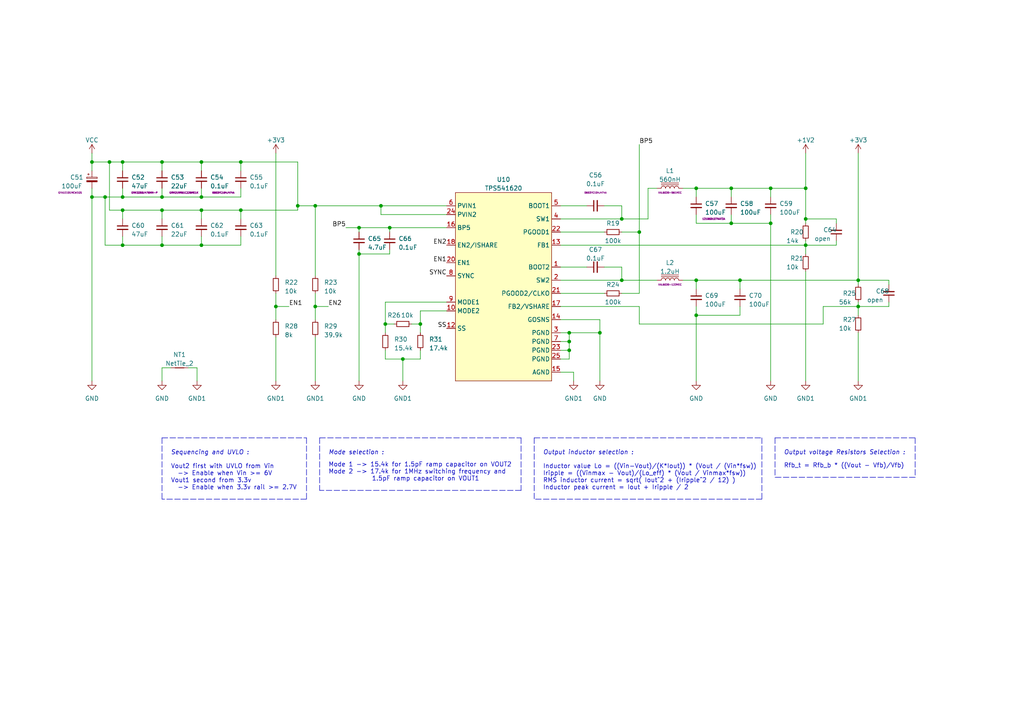
<source format=kicad_sch>
(kicad_sch (version 20210126) (generator eeschema)
  (paper "A4")
  (lib_symbols
    (symbol "Device:C_Polarized_Small" (pin_numbers hide) (pin_names (offset 0.254) hide)
      (property "Reference" "C" (at 0.254 1.778 0))
      (property "Value" "C_Polarized_Small" (at 0.254 -2.032 0))
      (symbol "C_Polarized_Small_0_1"
        (rectangle (start -1.524 0.6858) (end 1.524 0.3048))
        (rectangle (start -1.524 -0.3048) (end 1.524 -0.6858) (fill (type outline)))
        (polyline (pts (xy -1.27 1.524) (xy -0.762 1.524)))
        (polyline (pts (xy -1.016 1.27) (xy -1.016 1.778)))
      )
      (symbol "C_Polarized_Small_1_1"
        (pin passive line (at 0 2.54 270) (length 1.8542) (name "~") (number "1"))
        (pin passive line (at 0 -2.54 90) (length 1.8542) (name "~") (number "2"))
      )
    )
    (symbol "Device:C_Small" (pin_numbers hide) (pin_names (offset 0.254) hide)
      (property "Reference" "C" (at 0.254 1.778 0))
      (property "Value" "C_Small" (at 0.254 -2.032 0))
      (symbol "C_Small_0_1"
        (polyline (pts (xy -1.524 -0.508) (xy 1.524 -0.508)) (stroke (width 0.3302)))
        (polyline (pts (xy -1.524 0.508) (xy 1.524 0.508)) (stroke (width 0.3048)))
      )
      (symbol "C_Small_1_1"
        (pin passive line (at 0 2.54 270) (length 2.032) (name "~") (number "1"))
        (pin passive line (at 0 -2.54 90) (length 2.032) (name "~") (number "2"))
      )
    )
    (symbol "Device:L_Iron" (pin_numbers hide) (pin_names (offset 1.016) hide)
      (property "Reference" "L" (at -1.27 0 90))
      (property "Value" "L_Iron" (at 2.794 0 90))
      (symbol "L_Iron_0_1"
        (arc (start 0 -2.54) (end 0 -1.27) (radius (at 0 -1.905) (length 0.635) (angles -89.9 89.9)))
        (arc (start 0 -1.27) (end 0 0) (radius (at 0 -0.635) (length 0.635) (angles -89.9 89.9)))
        (arc (start 0 0) (end 0 1.27) (radius (at 0 0.635) (length 0.635) (angles -89.9 89.9)))
        (arc (start 0 1.27) (end 0 2.54) (radius (at 0 1.905) (length 0.635) (angles -89.9 89.9)))
        (polyline (pts (xy 1.016 2.54) (xy 1.016 -2.54)))
        (polyline (pts (xy 1.524 -2.54) (xy 1.524 2.54)))
      )
      (symbol "L_Iron_1_1"
        (pin passive line (at 0 3.81 270) (length 1.27) (name "1") (number "1"))
        (pin passive line (at 0 -3.81 90) (length 1.27) (name "2") (number "2"))
      )
    )
    (symbol "Device:NetTie_2" (pin_numbers hide) (pin_names (offset 0) hide)
      (property "Reference" "NT" (at 0 1.27 0))
      (property "Value" "NetTie_2" (at 0 -1.27 0))
      (symbol "NetTie_2_0_1"
        (polyline (pts (xy -1.27 0) (xy 1.27 0)) (stroke (width 0.254)))
      )
      (symbol "NetTie_2_1_1"
        (pin passive line (at -2.54 0 0) (length 2.54) (name "1") (number "1"))
        (pin passive line (at 2.54 0 180) (length 2.54) (name "2") (number "2"))
      )
    )
    (symbol "Device:R_Small" (pin_numbers hide) (pin_names (offset 0.254) hide)
      (property "Reference" "R" (at 0.762 0.508 0))
      (property "Value" "R_Small" (at 0.762 -1.016 0))
      (symbol "R_Small_0_1"
        (rectangle (start -0.762 1.778) (end 0.762 -1.778) (stroke (width 0.2032)))
      )
      (symbol "R_Small_1_1"
        (pin passive line (at 0 2.54 270) (length 0.762) (name "~") (number "1"))
        (pin passive line (at 0 -2.54 90) (length 0.762) (name "~") (number "2"))
      )
    )
    (symbol "Regulator_Switching:TPS541620" (in_bom no) (on_board no)
      (property "Reference" "U" (at 0 0 0))
      (property "Value" "TPS541620" (at 0 -2.54 0))
      (symbol "TPS541620_0_1"
        (rectangle (start -13.97 -5.08) (end 13.97 -59.69) (stroke (width 0.1524)) (fill (type background)))
      )
      (symbol "TPS541620_1_1"
        (pin input line (at 16.51 -26.67 180) (length 2.54) (name "BOOT2") (number "1"))
        (pin input line (at -16.51 -39.37 0) (length 2.54) (name "MODE2") (number "10"))
        (pin output line (at -16.51 -44.45 0) (length 2.54) (name "SS") (number "12"))
        (pin input line (at 16.51 -20.32 180) (length 2.54) (name "FB1") (number "13"))
        (pin input line (at 16.51 -41.91 180) (length 2.54) (name "GOSNS") (number "14"))
        (pin passive line (at 16.51 -57.15 180) (length 2.54) (name "AGND") (number "15"))
        (pin power_out line (at -16.51 -15.24 0) (length 2.54) (name "BP5") (number "16"))
        (pin input line (at 16.51 -38.1 180) (length 2.54) (name "FB2/VSHARE") (number "17"))
        (pin input line (at -16.51 -20.32 0) (length 2.54) (name "EN2/ISHARE") (number "18"))
        (pin bidirectional line (at 16.51 -30.48 180) (length 2.54) (name "SW2") (number "2"))
        (pin input line (at -16.51 -25.4 0) (length 2.54) (name "EN1") (number "20"))
        (pin output line (at 16.51 -34.29 180) (length 2.54) (name "PGOOD2/CLKO") (number "21"))
        (pin output line (at 16.51 -16.51 180) (length 2.54) (name "PGOOD1") (number "22"))
        (pin output line (at 16.51 -50.8 180) (length 2.54) (name "PGND") (number "23"))
        (pin power_in line (at -16.51 -11.43 0) (length 2.54) (name "PVIN2") (number "24"))
        (pin output line (at 16.51 -53.34 180) (length 2.54) (name "PGND") (number "25"))
        (pin output line (at 16.51 -45.72 180) (length 2.54) (name "PGND") (number "3"))
        (pin bidirectional line (at 16.51 -12.7 180) (length 2.54) (name "SW1") (number "4"))
        (pin input line (at 16.51 -8.89 180) (length 2.54) (name "BOOT1") (number "5"))
        (pin power_in line (at -16.51 -8.89 0) (length 2.54) (name "PVIN1") (number "6"))
        (pin output line (at 16.51 -48.26 180) (length 2.54) (name "PGND") (number "7"))
        (pin input line (at -16.51 -29.21 0) (length 2.54) (name "SYNC") (number "8"))
        (pin input line (at -16.51 -36.83 0) (length 2.54) (name "MODE1") (number "9"))
      )
    )
    (symbol "power:+1V2" (power) (pin_names (offset 0))
      (property "Value" "+1V2" (at 0 3.556 0))
      (symbol "+1V2_0_1"
        (polyline (pts (xy -0.762 1.27) (xy 0 2.54)))
        (polyline (pts (xy 0 0) (xy 0 2.54)))
        (polyline (pts (xy 0 2.54) (xy 0.762 1.27)))
      )
      (symbol "+1V2_1_1"
        (pin power_in line (at 0 0 90) (length 0) hide (name "+1V2") (number "1"))
      )
    )
    (symbol "power:+3V3" (power) (pin_names (offset 0))
      (property "Value" "+3V3" (at 0 3.556 0))
      (symbol "+3V3_0_1"
        (polyline (pts (xy -0.762 1.27) (xy 0 2.54)))
        (polyline (pts (xy 0 0) (xy 0 2.54)))
        (polyline (pts (xy 0 2.54) (xy 0.762 1.27)))
      )
      (symbol "+3V3_1_1"
        (pin power_in line (at 0 0 90) (length 0) hide (name "+3V3") (number "1"))
      )
    )
    (symbol "power:GND" (power) (pin_names (offset 0))
      (property "Value" "GND" (at 0 -3.81 0))
      (symbol "GND_0_1"
        (polyline (pts (xy 0 0) (xy 0 -1.27) (xy 1.27 -1.27) (xy 0 -2.54) (xy -1.27 -1.27) (xy 0 -1.27)))
      )
      (symbol "GND_1_1"
        (pin power_in line (at 0 0 270) (length 0) hide (name "GND") (number "1"))
      )
    )
    (symbol "power:GND1" (power) (pin_names (offset 0))
      (property "Value" "GND1" (at 0 -3.81 0))
      (symbol "GND1_0_1"
        (polyline (pts (xy 0 0) (xy 0 -1.27) (xy 1.27 -1.27) (xy 0 -2.54) (xy -1.27 -1.27) (xy 0 -1.27)))
      )
      (symbol "GND1_1_1"
        (pin power_in line (at 0 0 270) (length 0) hide (name "GND1") (number "1"))
      )
    )
    (symbol "power:VCC" (power) (pin_names (offset 0))
      (property "Value" "VCC" (at 0 3.81 0))
      (symbol "VCC_0_1"
        (polyline (pts (xy -0.762 1.27) (xy 0 2.54)))
        (polyline (pts (xy 0 0) (xy 0 2.54)))
        (polyline (pts (xy 0 2.54) (xy 0.762 1.27)))
      )
      (symbol "VCC_1_1"
        (pin power_in line (at 0 0 90) (length 0) hide (name "VCC") (number "1"))
      )
    )
  )
  (junction (at 26.67 46.99) (diameter 0.9144))
  (junction (at 26.67 57.15) (diameter 0.9144))
  (junction (at 30.48 57.15) (diameter 0.9144))
  (junction (at 31.75 46.99) (diameter 0.9144))
  (junction (at 35.56 46.99) (diameter 0.9144))
  (junction (at 35.56 57.15) (diameter 0.9144))
  (junction (at 35.56 60.96) (diameter 0.9144))
  (junction (at 35.56 71.12) (diameter 0.9144))
  (junction (at 46.99 46.99) (diameter 0.9144))
  (junction (at 46.99 57.15) (diameter 0.9144))
  (junction (at 46.99 60.96) (diameter 0.9144))
  (junction (at 46.99 71.12) (diameter 0.9144))
  (junction (at 58.42 46.99) (diameter 0.9144))
  (junction (at 58.42 57.15) (diameter 0.9144))
  (junction (at 58.42 60.96) (diameter 0.9144))
  (junction (at 58.42 71.12) (diameter 0.9144))
  (junction (at 69.85 46.99) (diameter 0.9144))
  (junction (at 69.85 60.96) (diameter 0.9144))
  (junction (at 80.01 88.9) (diameter 0.9144))
  (junction (at 86.36 59.69) (diameter 0.9144))
  (junction (at 91.44 59.69) (diameter 0.9144))
  (junction (at 91.44 88.9) (diameter 0.9144))
  (junction (at 104.14 66.04) (diameter 0.9144))
  (junction (at 104.14 73.66) (diameter 0.9144))
  (junction (at 110.49 59.69) (diameter 0.9144))
  (junction (at 111.76 93.98) (diameter 0.9144))
  (junction (at 113.03 66.04) (diameter 0.9144))
  (junction (at 116.84 104.14) (diameter 0.9144))
  (junction (at 121.92 93.98) (diameter 0.9144))
  (junction (at 165.1 96.52) (diameter 0.9144))
  (junction (at 165.1 99.06) (diameter 0.9144))
  (junction (at 165.1 101.6) (diameter 0.9144))
  (junction (at 173.99 96.52) (diameter 0.9144))
  (junction (at 180.34 63.5) (diameter 0.9144))
  (junction (at 180.34 81.28) (diameter 0.9144))
  (junction (at 185.42 67.31) (diameter 0.9144))
  (junction (at 201.93 54.61) (diameter 0.9144))
  (junction (at 201.93 81.28) (diameter 0.9144))
  (junction (at 201.93 91.44) (diameter 0.9144))
  (junction (at 212.09 54.61) (diameter 0.9144))
  (junction (at 212.09 64.77) (diameter 0.9144))
  (junction (at 214.63 81.28) (diameter 0.9144))
  (junction (at 223.52 54.61) (diameter 0.9144))
  (junction (at 223.52 64.77) (diameter 0.9144))
  (junction (at 233.68 54.61) (diameter 0.9144))
  (junction (at 233.68 63.5) (diameter 0.9144))
  (junction (at 233.68 71.12) (diameter 0.9144))
  (junction (at 248.92 81.28) (diameter 0.9144))
  (junction (at 248.92 88.9) (diameter 0.9144))
  (wire (pts (xy 26.67 44.45) (xy 26.67 46.99)))
  (wire (pts (xy 26.67 46.99) (xy 26.67 49.53)))
  (wire (pts (xy 26.67 46.99) (xy 31.75 46.99)))
  (wire (pts (xy 26.67 54.61) (xy 26.67 57.15)))
  (wire (pts (xy 26.67 57.15) (xy 26.67 110.49)))
  (wire (pts (xy 26.67 57.15) (xy 30.48 57.15)))
  (wire (pts (xy 30.48 57.15) (xy 30.48 71.12)))
  (wire (pts (xy 30.48 57.15) (xy 35.56 57.15)))
  (wire (pts (xy 30.48 71.12) (xy 35.56 71.12)))
  (wire (pts (xy 31.75 46.99) (xy 31.75 60.96)))
  (wire (pts (xy 31.75 46.99) (xy 35.56 46.99)))
  (wire (pts (xy 31.75 60.96) (xy 35.56 60.96)))
  (wire (pts (xy 35.56 46.99) (xy 35.56 49.53)))
  (wire (pts (xy 35.56 46.99) (xy 46.99 46.99)))
  (wire (pts (xy 35.56 54.61) (xy 35.56 57.15)))
  (wire (pts (xy 35.56 57.15) (xy 46.99 57.15)))
  (wire (pts (xy 35.56 60.96) (xy 35.56 63.5)))
  (wire (pts (xy 35.56 60.96) (xy 46.99 60.96)))
  (wire (pts (xy 35.56 68.58) (xy 35.56 71.12)))
  (wire (pts (xy 35.56 71.12) (xy 46.99 71.12)))
  (wire (pts (xy 46.99 46.99) (xy 46.99 49.53)))
  (wire (pts (xy 46.99 46.99) (xy 58.42 46.99)))
  (wire (pts (xy 46.99 54.61) (xy 46.99 57.15)))
  (wire (pts (xy 46.99 57.15) (xy 58.42 57.15)))
  (wire (pts (xy 46.99 60.96) (xy 46.99 63.5)))
  (wire (pts (xy 46.99 60.96) (xy 58.42 60.96)))
  (wire (pts (xy 46.99 68.58) (xy 46.99 71.12)))
  (wire (pts (xy 46.99 71.12) (xy 58.42 71.12)))
  (wire (pts (xy 46.99 106.68) (xy 49.53 106.68)))
  (wire (pts (xy 46.99 110.49) (xy 46.99 106.68)))
  (wire (pts (xy 54.61 106.68) (xy 57.15 106.68)))
  (wire (pts (xy 57.15 106.68) (xy 57.15 110.49)))
  (wire (pts (xy 58.42 46.99) (xy 58.42 49.53)))
  (wire (pts (xy 58.42 46.99) (xy 69.85 46.99)))
  (wire (pts (xy 58.42 54.61) (xy 58.42 57.15)))
  (wire (pts (xy 58.42 57.15) (xy 69.85 57.15)))
  (wire (pts (xy 58.42 60.96) (xy 58.42 63.5)))
  (wire (pts (xy 58.42 60.96) (xy 69.85 60.96)))
  (wire (pts (xy 58.42 68.58) (xy 58.42 71.12)))
  (wire (pts (xy 58.42 71.12) (xy 69.85 71.12)))
  (wire (pts (xy 69.85 46.99) (xy 69.85 49.53)))
  (wire (pts (xy 69.85 46.99) (xy 86.36 46.99)))
  (wire (pts (xy 69.85 57.15) (xy 69.85 54.61)))
  (wire (pts (xy 69.85 60.96) (xy 69.85 63.5)))
  (wire (pts (xy 69.85 60.96) (xy 86.36 60.96)))
  (wire (pts (xy 69.85 71.12) (xy 69.85 68.58)))
  (wire (pts (xy 80.01 44.45) (xy 80.01 80.01)))
  (wire (pts (xy 80.01 85.09) (xy 80.01 88.9)))
  (wire (pts (xy 80.01 88.9) (xy 80.01 92.71)))
  (wire (pts (xy 80.01 88.9) (xy 83.82 88.9)))
  (wire (pts (xy 80.01 97.79) (xy 80.01 110.49)))
  (wire (pts (xy 86.36 46.99) (xy 86.36 59.69)))
  (wire (pts (xy 86.36 59.69) (xy 86.36 60.96)))
  (wire (pts (xy 86.36 59.69) (xy 91.44 59.69)))
  (wire (pts (xy 91.44 59.69) (xy 91.44 80.01)))
  (wire (pts (xy 91.44 59.69) (xy 110.49 59.69)))
  (wire (pts (xy 91.44 85.09) (xy 91.44 88.9)))
  (wire (pts (xy 91.44 88.9) (xy 91.44 92.71)))
  (wire (pts (xy 91.44 88.9) (xy 95.25 88.9)))
  (wire (pts (xy 91.44 97.79) (xy 91.44 110.49)))
  (wire (pts (xy 100.33 66.04) (xy 104.14 66.04)))
  (wire (pts (xy 104.14 66.04) (xy 113.03 66.04)))
  (wire (pts (xy 104.14 67.31) (xy 104.14 66.04)))
  (wire (pts (xy 104.14 72.39) (xy 104.14 73.66)))
  (wire (pts (xy 104.14 73.66) (xy 104.14 110.49)))
  (wire (pts (xy 104.14 73.66) (xy 113.03 73.66)))
  (wire (pts (xy 110.49 59.69) (xy 129.54 59.69)))
  (wire (pts (xy 110.49 62.23) (xy 110.49 59.69)))
  (wire (pts (xy 111.76 87.63) (xy 111.76 93.98)))
  (wire (pts (xy 111.76 93.98) (xy 114.3 93.98)))
  (wire (pts (xy 111.76 96.52) (xy 111.76 93.98)))
  (wire (pts (xy 111.76 101.6) (xy 111.76 104.14)))
  (wire (pts (xy 111.76 104.14) (xy 116.84 104.14)))
  (wire (pts (xy 113.03 66.04) (xy 113.03 67.31)))
  (wire (pts (xy 113.03 66.04) (xy 129.54 66.04)))
  (wire (pts (xy 113.03 73.66) (xy 113.03 72.39)))
  (wire (pts (xy 116.84 104.14) (xy 116.84 110.49)))
  (wire (pts (xy 116.84 104.14) (xy 121.92 104.14)))
  (wire (pts (xy 119.38 93.98) (xy 121.92 93.98)))
  (wire (pts (xy 121.92 90.17) (xy 121.92 93.98)))
  (wire (pts (xy 121.92 93.98) (xy 121.92 96.52)))
  (wire (pts (xy 121.92 101.6) (xy 121.92 104.14)))
  (wire (pts (xy 129.54 62.23) (xy 110.49 62.23)))
  (wire (pts (xy 129.54 87.63) (xy 111.76 87.63)))
  (wire (pts (xy 129.54 90.17) (xy 121.92 90.17)))
  (wire (pts (xy 162.56 59.69) (xy 170.18 59.69)))
  (wire (pts (xy 162.56 63.5) (xy 180.34 63.5)))
  (wire (pts (xy 162.56 67.31) (xy 175.26 67.31)))
  (wire (pts (xy 162.56 71.12) (xy 233.68 71.12)))
  (wire (pts (xy 162.56 77.47) (xy 170.18 77.47)))
  (wire (pts (xy 162.56 81.28) (xy 180.34 81.28)))
  (wire (pts (xy 162.56 85.09) (xy 175.26 85.09)))
  (wire (pts (xy 162.56 92.71) (xy 173.99 92.71)))
  (wire (pts (xy 162.56 99.06) (xy 165.1 99.06)))
  (wire (pts (xy 162.56 101.6) (xy 165.1 101.6)))
  (wire (pts (xy 162.56 104.14) (xy 165.1 104.14)))
  (wire (pts (xy 162.56 107.95) (xy 166.37 107.95)))
  (wire (pts (xy 165.1 96.52) (xy 162.56 96.52)))
  (wire (pts (xy 165.1 99.06) (xy 165.1 96.52)))
  (wire (pts (xy 165.1 101.6) (xy 165.1 99.06)))
  (wire (pts (xy 165.1 104.14) (xy 165.1 101.6)))
  (wire (pts (xy 166.37 107.95) (xy 166.37 110.49)))
  (wire (pts (xy 173.99 92.71) (xy 173.99 96.52)))
  (wire (pts (xy 173.99 96.52) (xy 165.1 96.52)))
  (wire (pts (xy 173.99 110.49) (xy 173.99 96.52)))
  (wire (pts (xy 180.34 59.69) (xy 175.26 59.69)))
  (wire (pts (xy 180.34 63.5) (xy 180.34 59.69)))
  (wire (pts (xy 180.34 63.5) (xy 187.96 63.5)))
  (wire (pts (xy 180.34 67.31) (xy 185.42 67.31)))
  (wire (pts (xy 180.34 77.47) (xy 175.26 77.47)))
  (wire (pts (xy 180.34 81.28) (xy 180.34 77.47)))
  (wire (pts (xy 180.34 81.28) (xy 190.5 81.28)))
  (wire (pts (xy 180.34 85.09) (xy 185.42 85.09)))
  (wire (pts (xy 185.42 41.91) (xy 185.42 67.31)))
  (wire (pts (xy 185.42 85.09) (xy 185.42 67.31)))
  (wire (pts (xy 185.42 88.9) (xy 162.56 88.9)))
  (wire (pts (xy 185.42 93.98) (xy 185.42 88.9)))
  (wire (pts (xy 187.96 54.61) (xy 187.96 63.5)))
  (wire (pts (xy 190.5 54.61) (xy 187.96 54.61)))
  (wire (pts (xy 198.12 54.61) (xy 201.93 54.61)))
  (wire (pts (xy 198.12 81.28) (xy 201.93 81.28)))
  (wire (pts (xy 201.93 54.61) (xy 201.93 57.15)))
  (wire (pts (xy 201.93 62.23) (xy 201.93 64.77)))
  (wire (pts (xy 201.93 81.28) (xy 201.93 83.82)))
  (wire (pts (xy 201.93 88.9) (xy 201.93 91.44)))
  (wire (pts (xy 201.93 91.44) (xy 201.93 110.49)))
  (wire (pts (xy 212.09 54.61) (xy 201.93 54.61)))
  (wire (pts (xy 212.09 54.61) (xy 223.52 54.61)))
  (wire (pts (xy 212.09 57.15) (xy 212.09 54.61)))
  (wire (pts (xy 212.09 62.23) (xy 212.09 64.77)))
  (wire (pts (xy 212.09 64.77) (xy 201.93 64.77)))
  (wire (pts (xy 212.09 64.77) (xy 223.52 64.77)))
  (wire (pts (xy 214.63 81.28) (xy 201.93 81.28)))
  (wire (pts (xy 214.63 81.28) (xy 248.92 81.28)))
  (wire (pts (xy 214.63 83.82) (xy 214.63 81.28)))
  (wire (pts (xy 214.63 88.9) (xy 214.63 91.44)))
  (wire (pts (xy 214.63 91.44) (xy 201.93 91.44)))
  (wire (pts (xy 223.52 54.61) (xy 233.68 54.61)))
  (wire (pts (xy 223.52 57.15) (xy 223.52 54.61)))
  (wire (pts (xy 223.52 62.23) (xy 223.52 64.77)))
  (wire (pts (xy 223.52 64.77) (xy 223.52 110.49)))
  (wire (pts (xy 233.68 44.45) (xy 233.68 54.61)))
  (wire (pts (xy 233.68 54.61) (xy 233.68 63.5)))
  (wire (pts (xy 233.68 63.5) (xy 233.68 64.77)))
  (wire (pts (xy 233.68 69.85) (xy 233.68 71.12)))
  (wire (pts (xy 233.68 71.12) (xy 233.68 73.66)))
  (wire (pts (xy 233.68 78.74) (xy 233.68 110.49)))
  (wire (pts (xy 238.76 88.9) (xy 238.76 93.98)))
  (wire (pts (xy 238.76 93.98) (xy 185.42 93.98)))
  (wire (pts (xy 242.57 63.5) (xy 233.68 63.5)))
  (wire (pts (xy 242.57 64.77) (xy 242.57 63.5)))
  (wire (pts (xy 242.57 69.85) (xy 242.57 71.12)))
  (wire (pts (xy 242.57 71.12) (xy 233.68 71.12)))
  (wire (pts (xy 248.92 44.45) (xy 248.92 81.28)))
  (wire (pts (xy 248.92 81.28) (xy 248.92 82.55)))
  (wire (pts (xy 248.92 87.63) (xy 248.92 88.9)))
  (wire (pts (xy 248.92 88.9) (xy 238.76 88.9)))
  (wire (pts (xy 248.92 88.9) (xy 248.92 91.44)))
  (wire (pts (xy 248.92 96.52) (xy 248.92 110.49)))
  (wire (pts (xy 257.81 81.28) (xy 248.92 81.28)))
  (wire (pts (xy 257.81 82.55) (xy 257.81 81.28)))
  (wire (pts (xy 257.81 87.63) (xy 257.81 88.9)))
  (wire (pts (xy 257.81 88.9) (xy 248.92 88.9)))
  (polyline (pts (xy 46.99 127) (xy 46.99 144.78)) (stroke (width 0) (type dash)))
  (polyline (pts (xy 46.99 127) (xy 88.9 127)) (stroke (width 0) (type dash)))
  (polyline (pts (xy 88.9 127) (xy 88.9 144.78)) (stroke (width 0) (type dash)))
  (polyline (pts (xy 88.9 144.78) (xy 46.99 144.78)) (stroke (width 0) (type dash)))
  (polyline (pts (xy 92.71 127) (xy 92.71 142.24)) (stroke (width 0) (type dash)))
  (polyline (pts (xy 92.71 127) (xy 151.13 127)) (stroke (width 0) (type dash)))
  (polyline (pts (xy 151.13 127) (xy 151.13 142.24)) (stroke (width 0) (type dash)))
  (polyline (pts (xy 151.13 142.24) (xy 92.71 142.24)) (stroke (width 0) (type dash)))
  (polyline (pts (xy 154.94 127) (xy 154.94 144.78)) (stroke (width 0) (type dash)))
  (polyline (pts (xy 154.94 127) (xy 220.98 127)) (stroke (width 0) (type dash)))
  (polyline (pts (xy 220.98 127) (xy 220.98 144.78)) (stroke (width 0) (type dash)))
  (polyline (pts (xy 220.98 144.78) (xy 154.94 144.78)) (stroke (width 0) (type dash)))
  (polyline (pts (xy 224.79 127) (xy 224.79 138.43)) (stroke (width 0) (type dash)))
  (polyline (pts (xy 224.79 127) (xy 265.43 127)) (stroke (width 0) (type dash)))
  (polyline (pts (xy 265.43 127) (xy 265.43 138.43)) (stroke (width 0) (type dash)))
  (polyline (pts (xy 265.43 138.43) (xy 224.79 138.43)) (stroke (width 0) (type dash)))
  (text "Sequencing and UVLO :" (at 49.53 132.08 0) (effects (font (size 1.27 1.27) italic) (justify left bottom)))
  (text "Vout2 first with UVLO from Vin\n  -> Enable when Vin >= 6V\nVout1 second from 3.3v\n  -> Enable when 3.3v rail >= 2.7V" (at 49.53 142.24 0) (effects (font (size 1.27 1.27)) (justify left bottom)))
  (text "Mode selection :" (at 95.25 132.08 0) (effects (font (size 1.27 1.27) italic) (justify left bottom)))
  (text "Mode 1 -> 15.4k for 1.5pF ramp capacitor on VOUT2\nMode 2 -> 17.4k for 1MHz switching frequency and \n             1.5pF ramp capacitor on VOUT1" (at 95.25 139.7 0) (effects (font (size 1.27 1.27)) (justify left bottom)))
  (text "Output inductor selection :" (at 157.48 132.08 0) (effects (font (size 1.27 1.27) italic) (justify left bottom)))
  (text "Inductor value Lo = ((Vin-Vout)/(K*Iout)) * (Vout / (Vin*fsw))\nIripple = ((Vinmax - Vout)/(Lo_eff) * (Vout / Vinmax*fsw))\nRMS inductor current = sqrt( Iout^2 + (Iripple^2 / 12) )\nInductor peak current = Iout + Iripple / 2" (at 157.48 142.24 0) (effects (font (size 1.27 1.27)) (justify left bottom)))
  (text "Output voltage Resistors Selection :" (at 227.33 132.08 0) (effects (font (size 1.27 1.27) italic) (justify left bottom)))
  (text "Rfb_t = Rfb_b * ((Vout - Vfb)/Vfb)" (at 227.33 135.89 0) (effects (font (size 1.27 1.27)) (justify left bottom)))
  (label "EN1" (at 83.82 88.9 0))
  (label "EN2" (at 95.25 88.9 0))
  (label "BP5" (at 100.33 66.04 180))
  (label "EN2" (at 129.54 71.12 180))
  (label "EN1" (at 129.54 76.2 180))
  (label "SYNC" (at 129.54 80.01 180))
  (label "SS" (at 129.54 95.25 180))
  (label "BP5" (at 185.42 41.91 0))
  (symbol (lib_id "power:VCC") (at 26.67 44.45 0) (unit 1)
    (property "Reference" "#PWR066" (effects hide))
    (property "Value" "VCC" (at 26.67 40.64 0))
  )
  (symbol (lib_id "power:+3V3") (at 80.01 44.45 0) (unit 1)
    (property "Reference" "#PWR067" (effects hide))
    (property "Value" "+3V3" (at 80.01 40.64 0))
  )
  (symbol (lib_id "power:+1V2") (at 233.68 44.45 0) (unit 1)
    (property "Reference" "#PWR068" (effects hide))
    (property "Value" "+1V2" (at 233.68 40.64 0))
  )
  (symbol (lib_id "power:+3V3") (at 248.92 44.45 0) (unit 1)
    (property "Reference" "#PWR069" (effects hide))
    (property "Value" "+3V3" (at 248.92 40.64 0))
  )
  (symbol (lib_id "Device:NetTie_2") (at 52.07 106.68 0) (unit 1)
    (property "Reference" "NT1" (at 52.07 102.87 0))
    (property "Value" "NetTie_2" (at 52.07 105.41 0))
  )
  (symbol (lib_id "power:GND") (at 26.67 110.49 0) (unit 1)
    (property "Reference" "#PWR070" (effects hide))
    (property "Value" "GND" (at 26.67 115.57 0))
  )
  (symbol (lib_id "power:GND") (at 46.99 110.49 0) (unit 1)
    (property "Reference" "#PWR071" (effects hide))
    (property "Value" "GND" (at 46.99 115.57 0))
  )
  (symbol (lib_id "power:GND1") (at 57.15 110.49 0) (unit 1)
    (property "Reference" "#PWR072" (effects hide))
    (property "Value" "GND1" (at 57.15 115.57 0))
  )
  (symbol (lib_id "power:GND1") (at 80.01 110.49 0) (unit 1)
    (property "Reference" "#PWR073" (effects hide))
    (property "Value" "GND1" (at 80.01 115.57 0))
  )
  (symbol (lib_id "power:GND1") (at 91.44 110.49 0) (unit 1)
    (property "Reference" "#PWR074" (effects hide))
    (property "Value" "GND1" (at 91.44 115.57 0))
  )
  (symbol (lib_id "power:GND") (at 104.14 110.49 0) (unit 1)
    (property "Reference" "#PWR075" (effects hide))
    (property "Value" "GND" (at 104.14 115.57 0))
  )
  (symbol (lib_id "power:GND1") (at 116.84 110.49 0) (unit 1)
    (property "Reference" "#PWR076" (effects hide))
    (property "Value" "GND1" (at 116.84 115.57 0))
  )
  (symbol (lib_id "power:GND1") (at 166.37 110.49 0) (unit 1)
    (property "Reference" "#PWR077" (effects hide))
    (property "Value" "GND1" (at 166.37 115.57 0))
  )
  (symbol (lib_id "power:GND") (at 173.99 110.49 0) (unit 1)
    (property "Reference" "#PWR078" (effects hide))
    (property "Value" "GND" (at 173.99 115.57 0))
  )
  (symbol (lib_id "power:GND") (at 201.93 110.49 0) (unit 1)
    (property "Reference" "#PWR079" (effects hide))
    (property "Value" "GND" (at 201.93 115.57 0))
  )
  (symbol (lib_id "power:GND") (at 223.52 110.49 0) (unit 1)
    (property "Reference" "#PWR080" (effects hide))
    (property "Value" "GND" (at 223.52 115.57 0))
  )
  (symbol (lib_id "power:GND1") (at 233.68 110.49 0) (unit 1)
    (property "Reference" "#PWR081" (effects hide))
    (property "Value" "GND1" (at 233.68 115.57 0))
  )
  (symbol (lib_id "power:GND1") (at 248.92 110.49 0) (unit 1)
    (property "Reference" "#PWR082" (effects hide))
    (property "Value" "GND1" (at 248.92 115.57 0))
  )
  (symbol (lib_id "Device:R_Small") (at 80.01 82.55 0) (unit 1)
    (property "Reference" "R22" (at 82.55 81.9149 0) (effects (justify left)))
    (property "Value" "10k" (at 82.55 84.4549 0) (effects (justify left)))
  )
  (symbol (lib_id "Device:R_Small") (at 80.01 95.25 0) (unit 1)
    (property "Reference" "R28" (at 82.55 94.6149 0) (effects (justify left)))
    (property "Value" "8k" (at 82.55 97.1549 0) (effects (justify left)))
  )
  (symbol (lib_id "Device:R_Small") (at 91.44 82.55 0) (unit 1)
    (property "Reference" "R23" (at 93.98 81.9149 0) (effects (justify left)))
    (property "Value" "10k" (at 93.98 84.4549 0) (effects (justify left)))
  )
  (symbol (lib_id "Device:R_Small") (at 91.44 95.25 0) (unit 1)
    (property "Reference" "R29" (at 93.98 94.6149 0) (effects (justify left)))
    (property "Value" "39.9k" (at 93.98 97.1549 0) (effects (justify left)))
  )
  (symbol (lib_id "Device:R_Small") (at 111.76 99.06 0) (unit 1)
    (property "Reference" "R30" (at 114.3 98.4249 0) (effects (justify left)))
    (property "Value" "15.4k" (at 114.3 100.9649 0) (effects (justify left)))
  )
  (symbol (lib_id "Device:R_Small") (at 116.84 93.98 90) (unit 1)
    (property "Reference" "R26" (at 114.3 91.44 90))
    (property "Value" "10k" (at 118.11 91.44 90))
  )
  (symbol (lib_id "Device:R_Small") (at 121.92 99.06 0) (unit 1)
    (property "Reference" "R31" (at 124.46 98.4249 0) (effects (justify left)))
    (property "Value" "17.4k" (at 124.46 100.9649 0) (effects (justify left)))
  )
  (symbol (lib_id "Device:R_Small") (at 177.8 67.31 90) (unit 1)
    (property "Reference" "R19" (at 177.8 64.77 90))
    (property "Value" "100k" (at 177.8 69.85 90))
  )
  (symbol (lib_id "Device:R_Small") (at 177.8 85.09 90) (unit 1)
    (property "Reference" "R24" (at 177.8 82.55 90))
    (property "Value" "100k" (at 177.8 87.63 90))
  )
  (symbol (lib_id "Device:R_Small") (at 233.68 67.31 180) (unit 1)
    (property "Reference" "R20" (at 231.14 67.31 0))
    (property "Value" "14k" (at 229.87 69.85 0))
  )
  (symbol (lib_id "Device:R_Small") (at 233.68 76.2 180) (unit 1)
    (property "Reference" "R21" (at 231.14 74.93 0))
    (property "Value" "10k" (at 229.87 77.47 0))
  )
  (symbol (lib_id "Device:R_Small") (at 248.92 85.09 180) (unit 1)
    (property "Reference" "R25" (at 246.38 85.09 0))
    (property "Value" "56k" (at 245.11 87.63 0))
  )
  (symbol (lib_id "Device:R_Small") (at 248.92 93.98 180) (unit 1)
    (property "Reference" "R27" (at 246.38 92.71 0))
    (property "Value" "10k" (at 245.11 95.25 0))
  )
  (symbol (lib_id "Device:L_Iron") (at 194.31 54.61 90) (unit 1)
    (property "Reference" "L1" (at 194.31 49.53 90))
    (property "Value" "560nH" (at 194.31 52.07 90))
    (property "Footprint" "Inductor_SMD:IND_XAL6030-561MEB" (effects hide))
    (property "Ref" "XAL6030-561MEC" (at 194.31 55.88 90) (effects (font (size 0.5 0.5))))
  )
  (symbol (lib_id "Device:L_Iron") (at 194.31 81.28 90) (unit 1)
    (property "Reference" "L2" (at 194.31 76.2 90))
    (property "Value" "1.2uH" (at 194.31 78.74 90))
    (property "Footprint" "Inductor_SMD:IND_XAL6030-122MEB" (effects hide))
    (property "Ref" "XAL6030-122MEC" (at 194.31 82.55 90) (effects (font (size 0.5 0.5))))
  )
  (symbol (lib_id "Device:C_Polarized_Small") (at 26.67 52.07 0) (unit 1)
    (property "Reference" "C51" (at 20.32 51.4349 0) (effects (justify left)))
    (property "Value" "100uF" (at 17.78 53.9749 0) (effects (justify left)))
    (property "Footprint" "Capacitor_SMD:CP_Elec_6.3x7.7" (effects hide))
    (property "Ref" "GYA1E101MCW1GS" (at 20.32 55.88 0) (effects (font (size 0.5 0.5))))
  )
  (symbol (lib_id "Device:C_Small") (at 35.56 52.07 0) (unit 1)
    (property "Reference" "C52" (at 38.1 51.4349 0) (effects (justify left)))
    (property "Value" "47uF" (at 38.1 53.9749 0) (effects (justify left)))
    (property "Footprint" "Capacitor_SMD:C_1210_3225Metric" (effects hide))
    (property "Ref" "EMK325BJ476MM-P" (at 41.91 55.88 0) (effects (font (size 0.5 0.5))))
  )
  (symbol (lib_id "Device:C_Small") (at 35.56 66.04 0) (unit 1)
    (property "Reference" "C60" (at 38.1 65.4049 0) (effects (justify left)))
    (property "Value" "47uF" (at 38.1 67.9449 0) (effects (justify left)))
    (property "Footprint" "Capacitor_SMD:C_1210_3225Metric" (effects hide))
  )
  (symbol (lib_id "Device:C_Small") (at 46.99 52.07 0) (unit 1)
    (property "Reference" "C53" (at 49.53 51.4349 0) (effects (justify left)))
    (property "Value" "22uF" (at 49.53 53.9749 0) (effects (justify left)))
    (property "Footprint" "Capacitor_SMD:C_0805_2012Metric" (effects hide))
    (property "Ref" "GRM219R61C226ME1K" (at 53.34 55.88 0) (effects (font (size 0.5 0.5))))
  )
  (symbol (lib_id "Device:C_Small") (at 46.99 66.04 0) (unit 1)
    (property "Reference" "C61" (at 49.53 65.4049 0) (effects (justify left)))
    (property "Value" "22uF" (at 49.53 67.9449 0) (effects (justify left)))
    (property "Footprint" "Capacitor_SMD:C_0805_2012Metric" (effects hide))
  )
  (symbol (lib_id "Device:C_Small") (at 58.42 52.07 0) (unit 1)
    (property "Reference" "C54" (at 60.96 51.4349 0) (effects (justify left)))
    (property "Value" "0.1uF" (at 60.96 53.9749 0) (effects (justify left)))
    (property "Footprint" "Capacitor_SMD:C_0603_1608Metric" (effects hide))
    (property "Ref" "0603YC104J4T4A" (at 64.77 55.88 0) (effects (font (size 0.5 0.5))))
  )
  (symbol (lib_id "Device:C_Small") (at 58.42 66.04 0) (unit 1)
    (property "Reference" "C62" (at 60.96 65.4049 0) (effects (justify left)))
    (property "Value" "0.1uF" (at 60.96 67.9449 0) (effects (justify left)))
    (property "Footprint" "Capacitor_SMD:C_0603_1608Metric" (effects hide))
  )
  (symbol (lib_id "Device:C_Small") (at 69.85 52.07 0) (unit 1)
    (property "Reference" "C55" (at 72.39 51.4349 0) (effects (justify left)))
    (property "Value" "0.1uF" (at 72.39 53.9749 0) (effects (justify left)))
    (property "Footprint" "Capacitor_SMD:C_0603_1608Metric" (effects hide))
  )
  (symbol (lib_id "Device:C_Small") (at 69.85 66.04 0) (unit 1)
    (property "Reference" "C63" (at 72.39 65.4049 0) (effects (justify left)))
    (property "Value" "0.1uF" (at 72.39 67.9449 0) (effects (justify left)))
    (property "Footprint" "Capacitor_SMD:C_0603_1608Metric" (effects hide))
  )
  (symbol (lib_id "Device:C_Small") (at 104.14 69.85 0) (unit 1)
    (property "Reference" "C65" (at 106.68 69.2149 0) (effects (justify left)))
    (property "Value" "4.7uF" (at 106.68 71.7549 0) (effects (justify left)))
    (property "Footprint" "Capacitor_SMD:C_0402_1005Metric" (effects hide))
  )
  (symbol (lib_id "Device:C_Small") (at 113.03 69.85 0) (unit 1)
    (property "Reference" "C66" (at 115.57 69.2149 0) (effects (justify left)))
    (property "Value" "0.1uF" (at 115.57 71.7549 0) (effects (justify left)))
    (property "Footprint" "Capacitor_SMD:C_0402_1005Metric" (effects hide))
  )
  (symbol (lib_id "Device:C_Small") (at 172.72 59.69 90) (unit 1)
    (property "Reference" "C56" (at 172.72 50.8 90))
    (property "Value" "0.1uF" (at 172.72 53.34 90))
    (property "Footprint" "Capacitor_SMD:C_0603_1608Metric" (effects hide))
    (property "Ref" "0603YC104J4T4A" (at 172.72 55.88 90) (effects (font (size 0.5 0.5))))
  )
  (symbol (lib_id "Device:C_Small") (at 172.72 77.47 90) (unit 1)
    (property "Reference" "C67" (at 172.72 72.39 90))
    (property "Value" "0.1uF" (at 172.72 74.93 90))
    (property "Footprint" "Capacitor_SMD:C_0402_1005Metric" (effects hide))
  )
  (symbol (lib_id "Device:C_Small") (at 201.93 59.69 0) (unit 1)
    (property "Reference" "C57" (at 204.47 59.0549 0) (effects (justify left)))
    (property "Value" "100uF" (at 204.47 61.5949 0) (effects (justify left)))
    (property "Footprint" "Capacitor_SMD:C_1210_3225Metric" (effects hide))
    (property "Ref" "12106D107MAT2A" (at 207.01 63.5 0) (effects (font (size 0.5 0.5))))
  )
  (symbol (lib_id "Device:C_Small") (at 201.93 86.36 0) (unit 1)
    (property "Reference" "C69" (at 204.47 85.7249 0) (effects (justify left)))
    (property "Value" "100uF" (at 204.47 88.2649 0) (effects (justify left)))
    (property "Footprint" "Capacitor_SMD:C_1210_3225Metric" (effects hide))
  )
  (symbol (lib_id "Device:C_Small") (at 212.09 59.69 0) (unit 1)
    (property "Reference" "C58" (at 214.63 59.0549 0) (effects (justify left)))
    (property "Value" "100uF" (at 214.63 61.5949 0) (effects (justify left)))
    (property "Footprint" "Capacitor_SMD:C_1210_3225Metric" (effects hide))
  )
  (symbol (lib_id "Device:C_Small") (at 214.63 86.36 0) (unit 1)
    (property "Reference" "C70" (at 217.17 85.7249 0) (effects (justify left)))
    (property "Value" "100uF" (at 217.17 88.2649 0) (effects (justify left)))
    (property "Footprint" "Capacitor_SMD:C_1210_3225Metric" (effects hide))
  )
  (symbol (lib_id "Device:C_Small") (at 223.52 59.69 0) (unit 1)
    (property "Reference" "C59" (at 226.06 59.0549 0) (effects (justify left)))
    (property "Value" "100uF" (at 226.06 61.5949 0) (effects (justify left)))
    (property "Footprint" "Capacitor_SMD:C_1210_3225Metric" (effects hide))
  )
  (symbol (lib_id "Device:C_Small") (at 242.57 67.31 180) (unit 1)
    (property "Reference" "C64" (at 238.76 66.6749 0) (effects (justify right)))
    (property "Value" "open" (at 236.22 69.2149 0) (effects (justify right)))
    (property "Footprint" "Capacitor_SMD:C_0603_1608Metric" (effects hide))
  )
  (symbol (lib_id "Device:C_Small") (at 257.81 85.09 180) (unit 1)
    (property "Reference" "C68" (at 254 84.4549 0) (effects (justify right)))
    (property "Value" "open" (at 251.46 86.9949 0) (effects (justify right)))
    (property "Footprint" "Capacitor_SMD:C_0603_1608Metric" (effects hide))
  )
  (symbol (lib_id "Regulator_Switching:TPS541620") (at 146.05 50.8 0) (unit 1) (in_bom no) (on_board no)
    (property "Reference" "U10" (at 146.05 52.07 0))
    (property "Value" "TPS541620" (at 146.05 54.61 0))
  )
)
</source>
